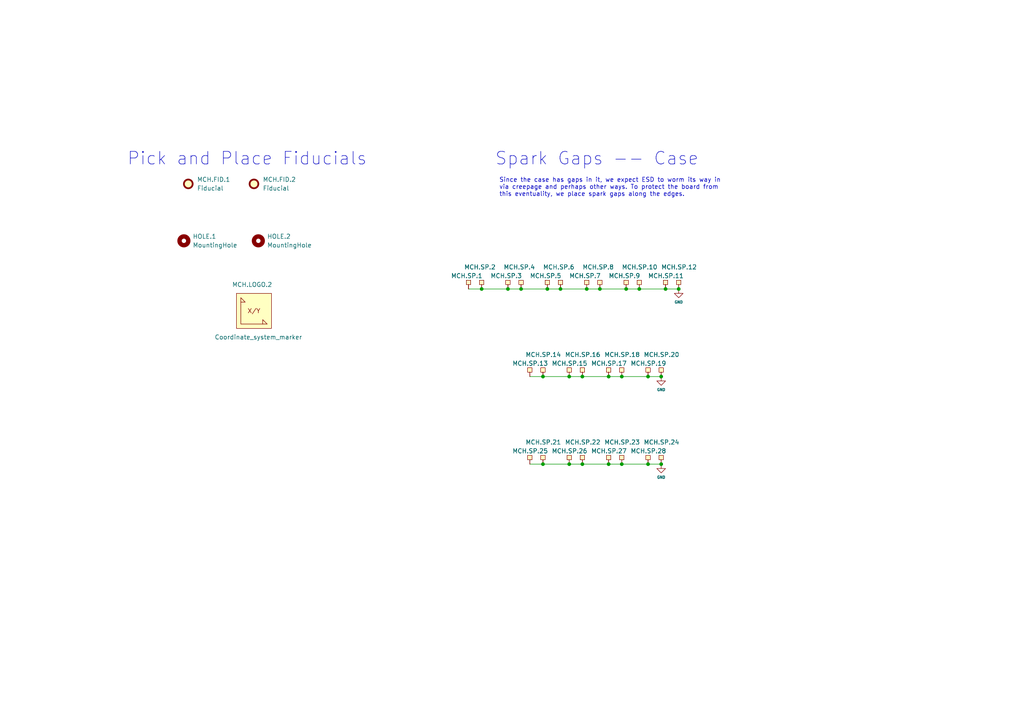
<source format=kicad_sch>
(kicad_sch (version 20211123) (generator eeschema)
  (paper "A4")
  (title_block (title "Mechanical-SchDoc") (date "17 01 2023") (rev "2.001") (comment 4 "Original: Copyright Ploopy Corporation 2021") (comment 5 "Modified: Copyright Riesi 2023") (comment 7 "Licensed under the CERN-OHL-S v2") (comment 8 "http://ohwr.org/cernohl"))
  (lib_symbols
    (symbol "Mechanical:MountingHole" (pin_names (offset 1.016))
      (property "Reference" "H" (at 0 5.08 0))
      (property "Value" "MountingHole" (at 0 3.175 0))
      (symbol "MountingHole_0_1"
        (circle (center 0 0) (radius 1.27) (stroke (width 1.27)))
      )
    )
    (symbol "Mouse_Parts:Coordinate_system_marker"
      (property "Reference" "LOGO" (at -2.54 6.35 0))
      (property "Value" "Coordinate_system_marker" (at 0 -6.35 0))
      (symbol "Coordinate_system_marker_0_0"
        (polyline (pts (xy -3.81 3.81) (xy -2.54 2.54) (xy -3.81 2.54)))
        (polyline (pts (xy 3.81 -3.81) (xy 2.54 -2.54) (xy 2.54 -3.81)))
        (text "X/Y" (at 0 0 0) (effects (font (size 1.27 1.27))))
      )
      (symbol "Coordinate_system_marker_0_1"
        (rectangle (start -5.08 5.08) (end 5.08 -5.08) (fill (type background)))
        (polyline (pts (xy -3.81 3.81) (xy -3.81 -3.81) (xy 3.81 -3.81)))
      )
    )
    (symbol "Mouse_Parts:Fiducial"
      (property "Reference" "FID" (at 0 5.08 0))
      (property "Value" "Fiducial" (at 0 3.175 0))
      (symbol "Fiducial_0_1"
        (circle (center 0 0) (radius 1.27) (stroke (width 0.508)) (fill (type background)))
      )
      (symbol "Fiducial_1_1"
        (pin no_connect line (at 0 0 180) (length 5.08) hide (name "") (number "1"))
      )
    )
    (symbol "Mouse_Parts:Spark_gap" (pin_numbers hide)
      (property "Reference" "SP" (at 0 3.81 0))
      (symbol "Spark_gap_0_0"
        (rectangle (start -1.27 3.81) (end -1.27 3.81))
        (rectangle (start -0.635 2.54) (end 0.635 1.27) (fill (type background)))
        (rectangle (start 0 1.27) (end 0 1.27))
      )
      (symbol "Spark_gap_1_1"
        (pin input line (at 0 0 90) (length 1.27) (name "") (number "1"))
      )
    )
    (symbol "Spark_gap_1" (pin_numbers hide)
      (property "Reference" "SP" (at 0 3.81 0))
      (symbol "Spark_gap_1_0_0"
        (rectangle (start -1.27 3.81) (end -1.27 3.81))
        (rectangle (start -0.635 2.54) (end 0.635 1.27) (fill (type background)))
        (rectangle (start 0 1.27) (end 0 1.27))
      )
      (symbol "Spark_gap_1_1_1"
        (pin input line (at 0 0 90) (length 1.27) (name "") (number "1"))
      )
    )
    (symbol "Spark_gap_10" (pin_numbers hide)
      (property "Reference" "SP" (at 0 3.81 0))
      (symbol "Spark_gap_10_0_0"
        (rectangle (start -1.27 3.81) (end -1.27 3.81))
        (rectangle (start -0.635 2.54) (end 0.635 1.27) (fill (type background)))
        (rectangle (start 0 1.27) (end 0 1.27))
      )
      (symbol "Spark_gap_10_1_1"
        (pin input line (at 0 0 90) (length 1.27) (name "") (number "1"))
      )
    )
    (symbol "Spark_gap_11" (pin_numbers hide)
      (property "Reference" "SP" (at 0 3.81 0))
      (symbol "Spark_gap_11_0_0"
        (rectangle (start -1.27 3.81) (end -1.27 3.81))
        (rectangle (start -0.635 2.54) (end 0.635 1.27) (fill (type background)))
        (rectangle (start 0 1.27) (end 0 1.27))
      )
      (symbol "Spark_gap_11_1_1"
        (pin input line (at 0 0 90) (length 1.27) (name "") (number "1"))
      )
    )
    (symbol "Spark_gap_12" (pin_numbers hide)
      (property "Reference" "SP" (at 0 3.81 0))
      (symbol "Spark_gap_12_0_0"
        (rectangle (start -1.27 3.81) (end -1.27 3.81))
        (rectangle (start -0.635 2.54) (end 0.635 1.27) (fill (type background)))
        (rectangle (start 0 1.27) (end 0 1.27))
      )
      (symbol "Spark_gap_12_1_1"
        (pin input line (at 0 0 90) (length 1.27) (name "") (number "1"))
      )
    )
    (symbol "Spark_gap_13" (pin_numbers hide)
      (property "Reference" "SP" (at 0 3.81 0))
      (symbol "Spark_gap_13_0_0"
        (rectangle (start -1.27 3.81) (end -1.27 3.81))
        (rectangle (start -0.635 2.54) (end 0.635 1.27) (fill (type background)))
        (rectangle (start 0 1.27) (end 0 1.27))
      )
      (symbol "Spark_gap_13_1_1"
        (pin input line (at 0 0 90) (length 1.27) (name "") (number "1"))
      )
    )
    (symbol "Spark_gap_14" (pin_numbers hide)
      (property "Reference" "SP" (at 0 3.81 0))
      (symbol "Spark_gap_14_0_0"
        (rectangle (start -1.27 3.81) (end -1.27 3.81))
        (rectangle (start -0.635 2.54) (end 0.635 1.27) (fill (type background)))
        (rectangle (start 0 1.27) (end 0 1.27))
      )
      (symbol "Spark_gap_14_1_1"
        (pin input line (at 0 0 90) (length 1.27) (name "") (number "1"))
      )
    )
    (symbol "Spark_gap_15" (pin_numbers hide)
      (property "Reference" "SP" (at 0 3.81 0))
      (symbol "Spark_gap_15_0_0"
        (rectangle (start -1.27 3.81) (end -1.27 3.81))
        (rectangle (start -0.635 2.54) (end 0.635 1.27) (fill (type background)))
        (rectangle (start 0 1.27) (end 0 1.27))
      )
      (symbol "Spark_gap_15_1_1"
        (pin input line (at 0 0 90) (length 1.27) (name "") (number "1"))
      )
    )
    (symbol "Spark_gap_16" (pin_numbers hide)
      (property "Reference" "SP" (at 0 3.81 0))
      (symbol "Spark_gap_16_0_0"
        (rectangle (start -1.27 3.81) (end -1.27 3.81))
        (rectangle (start -0.635 2.54) (end 0.635 1.27) (fill (type background)))
        (rectangle (start 0 1.27) (end 0 1.27))
      )
      (symbol "Spark_gap_16_1_1"
        (pin input line (at 0 0 90) (length 1.27) (name "") (number "1"))
      )
    )
    (symbol "Spark_gap_17" (pin_numbers hide)
      (property "Reference" "SP" (at 0 3.81 0))
      (symbol "Spark_gap_17_0_0"
        (rectangle (start -1.27 3.81) (end -1.27 3.81))
        (rectangle (start -0.635 2.54) (end 0.635 1.27) (fill (type background)))
        (rectangle (start 0 1.27) (end 0 1.27))
      )
      (symbol "Spark_gap_17_1_1"
        (pin input line (at 0 0 90) (length 1.27) (name "") (number "1"))
      )
    )
    (symbol "Spark_gap_18" (pin_numbers hide)
      (property "Reference" "SP" (at 0 3.81 0))
      (symbol "Spark_gap_18_0_0"
        (rectangle (start -1.27 3.81) (end -1.27 3.81))
        (rectangle (start -0.635 2.54) (end 0.635 1.27) (fill (type background)))
        (rectangle (start 0 1.27) (end 0 1.27))
      )
      (symbol "Spark_gap_18_1_1"
        (pin input line (at 0 0 90) (length 1.27) (name "") (number "1"))
      )
    )
    (symbol "Spark_gap_19" (pin_numbers hide)
      (property "Reference" "SP" (at 0 3.81 0))
      (symbol "Spark_gap_19_0_0"
        (rectangle (start -1.27 3.81) (end -1.27 3.81))
        (rectangle (start -0.635 2.54) (end 0.635 1.27) (fill (type background)))
        (rectangle (start 0 1.27) (end 0 1.27))
      )
      (symbol "Spark_gap_19_1_1"
        (pin input line (at 0 0 90) (length 1.27) (name "") (number "1"))
      )
    )
    (symbol "Spark_gap_2" (pin_numbers hide)
      (property "Reference" "SP" (at 0 3.81 0))
      (symbol "Spark_gap_2_0_0"
        (rectangle (start -1.27 3.81) (end -1.27 3.81))
        (rectangle (start -0.635 2.54) (end 0.635 1.27) (fill (type background)))
        (rectangle (start 0 1.27) (end 0 1.27))
      )
      (symbol "Spark_gap_2_1_1"
        (pin input line (at 0 0 90) (length 1.27) (name "") (number "1"))
      )
    )
    (symbol "Spark_gap_20" (pin_numbers hide)
      (property "Reference" "SP" (at 0 3.81 0))
      (symbol "Spark_gap_20_0_0"
        (rectangle (start -1.27 3.81) (end -1.27 3.81))
        (rectangle (start -0.635 2.54) (end 0.635 1.27) (fill (type background)))
        (rectangle (start 0 1.27) (end 0 1.27))
      )
      (symbol "Spark_gap_20_1_1"
        (pin input line (at 0 0 90) (length 1.27) (name "") (number "1"))
      )
    )
    (symbol "Spark_gap_21" (pin_numbers hide)
      (property "Reference" "SP" (at 0 3.81 0))
      (symbol "Spark_gap_21_0_0"
        (rectangle (start -1.27 3.81) (end -1.27 3.81))
        (rectangle (start -0.635 2.54) (end 0.635 1.27) (fill (type background)))
        (rectangle (start 0 1.27) (end 0 1.27))
      )
      (symbol "Spark_gap_21_1_1"
        (pin input line (at 0 0 90) (length 1.27) (name "") (number "1"))
      )
    )
    (symbol "Spark_gap_22" (pin_numbers hide)
      (property "Reference" "SP" (at 0 3.81 0))
      (symbol "Spark_gap_22_0_0"
        (rectangle (start -1.27 3.81) (end -1.27 3.81))
        (rectangle (start -0.635 2.54) (end 0.635 1.27) (fill (type background)))
        (rectangle (start 0 1.27) (end 0 1.27))
      )
      (symbol "Spark_gap_22_1_1"
        (pin input line (at 0 0 90) (length 1.27) (name "") (number "1"))
      )
    )
    (symbol "Spark_gap_23" (pin_numbers hide)
      (property "Reference" "SP" (at 0 3.81 0))
      (symbol "Spark_gap_23_0_0"
        (rectangle (start -1.27 3.81) (end -1.27 3.81))
        (rectangle (start -0.635 2.54) (end 0.635 1.27) (fill (type background)))
        (rectangle (start 0 1.27) (end 0 1.27))
      )
      (symbol "Spark_gap_23_1_1"
        (pin input line (at 0 0 90) (length 1.27) (name "") (number "1"))
      )
    )
    (symbol "Spark_gap_24" (pin_numbers hide)
      (property "Reference" "SP" (at 0 3.81 0))
      (symbol "Spark_gap_24_0_0"
        (rectangle (start -1.27 3.81) (end -1.27 3.81))
        (rectangle (start -0.635 2.54) (end 0.635 1.27) (fill (type background)))
        (rectangle (start 0 1.27) (end 0 1.27))
      )
      (symbol "Spark_gap_24_1_1"
        (pin input line (at 0 0 90) (length 1.27) (name "") (number "1"))
      )
    )
    (symbol "Spark_gap_25" (pin_numbers hide)
      (property "Reference" "SP" (at 0 3.81 0))
      (symbol "Spark_gap_25_0_0"
        (rectangle (start -1.27 3.81) (end -1.27 3.81))
        (rectangle (start -0.635 2.54) (end 0.635 1.27) (fill (type background)))
        (rectangle (start 0 1.27) (end 0 1.27))
      )
      (symbol "Spark_gap_25_1_1"
        (pin input line (at 0 0 90) (length 1.27) (name "") (number "1"))
      )
    )
    (symbol "Spark_gap_26" (pin_numbers hide)
      (property "Reference" "SP" (at 0 3.81 0))
      (symbol "Spark_gap_26_0_0"
        (rectangle (start -1.27 3.81) (end -1.27 3.81))
        (rectangle (start -0.635 2.54) (end 0.635 1.27) (fill (type background)))
        (rectangle (start 0 1.27) (end 0 1.27))
      )
      (symbol "Spark_gap_26_1_1"
        (pin input line (at 0 0 90) (length 1.27) (name "") (number "1"))
      )
    )
    (symbol "Spark_gap_27" (pin_numbers hide)
      (property "Reference" "SP" (at 0 3.81 0))
      (symbol "Spark_gap_27_0_0"
        (rectangle (start -1.27 3.81) (end -1.27 3.81))
        (rectangle (start -0.635 2.54) (end 0.635 1.27) (fill (type background)))
        (rectangle (start 0 1.27) (end 0 1.27))
      )
      (symbol "Spark_gap_27_1_1"
        (pin input line (at 0 0 90) (length 1.27) (name "") (number "1"))
      )
    )
    (symbol "Spark_gap_3" (pin_numbers hide)
      (property "Reference" "SP" (at 0 3.81 0))
      (symbol "Spark_gap_3_0_0"
        (rectangle (start -1.27 3.81) (end -1.27 3.81))
        (rectangle (start -0.635 2.54) (end 0.635 1.27) (fill (type background)))
        (rectangle (start 0 1.27) (end 0 1.27))
      )
      (symbol "Spark_gap_3_1_1"
        (pin input line (at 0 0 90) (length 1.27) (name "") (number "1"))
      )
    )
    (symbol "Spark_gap_4" (pin_numbers hide)
      (property "Reference" "SP" (at 0 3.81 0))
      (symbol "Spark_gap_4_0_0"
        (rectangle (start -1.27 3.81) (end -1.27 3.81))
        (rectangle (start -0.635 2.54) (end 0.635 1.27) (fill (type background)))
        (rectangle (start 0 1.27) (end 0 1.27))
      )
      (symbol "Spark_gap_4_1_1"
        (pin input line (at 0 0 90) (length 1.27) (name "") (number "1"))
      )
    )
    (symbol "Spark_gap_5" (pin_numbers hide)
      (property "Reference" "SP" (at 0 3.81 0))
      (symbol "Spark_gap_5_0_0"
        (rectangle (start -1.27 3.81) (end -1.27 3.81))
        (rectangle (start -0.635 2.54) (end 0.635 1.27) (fill (type background)))
        (rectangle (start 0 1.27) (end 0 1.27))
      )
      (symbol "Spark_gap_5_1_1"
        (pin input line (at 0 0 90) (length 1.27) (name "") (number "1"))
      )
    )
    (symbol "Spark_gap_6" (pin_numbers hide)
      (property "Reference" "SP" (at 0 3.81 0))
      (symbol "Spark_gap_6_0_0"
        (rectangle (start -1.27 3.81) (end -1.27 3.81))
        (rectangle (start -0.635 2.54) (end 0.635 1.27) (fill (type background)))
        (rectangle (start 0 1.27) (end 0 1.27))
      )
      (symbol "Spark_gap_6_1_1"
        (pin input line (at 0 0 90) (length 1.27) (name "") (number "1"))
      )
    )
    (symbol "Spark_gap_7" (pin_numbers hide)
      (property "Reference" "SP" (at 0 3.81 0))
      (symbol "Spark_gap_7_0_0"
        (rectangle (start -1.27 3.81) (end -1.27 3.81))
        (rectangle (start -0.635 2.54) (end 0.635 1.27) (fill (type background)))
        (rectangle (start 0 1.27) (end 0 1.27))
      )
      (symbol "Spark_gap_7_1_1"
        (pin input line (at 0 0 90) (length 1.27) (name "") (number "1"))
      )
    )
    (symbol "Spark_gap_8" (pin_numbers hide)
      (property "Reference" "SP" (at 0 3.81 0))
      (symbol "Spark_gap_8_0_0"
        (rectangle (start -1.27 3.81) (end -1.27 3.81))
        (rectangle (start -0.635 2.54) (end 0.635 1.27) (fill (type background)))
        (rectangle (start 0 1.27) (end 0 1.27))
      )
      (symbol "Spark_gap_8_1_1"
        (pin input line (at 0 0 90) (length 1.27) (name "") (number "1"))
      )
    )
    (symbol "Spark_gap_9" (pin_numbers hide)
      (property "Reference" "SP" (at 0 3.81 0))
      (symbol "Spark_gap_9_0_0"
        (rectangle (start -1.27 3.81) (end -1.27 3.81))
        (rectangle (start -0.635 2.54) (end 0.635 1.27) (fill (type background)))
        (rectangle (start 0 1.27) (end 0 1.27))
      )
      (symbol "Spark_gap_9_1_1"
        (pin input line (at 0 0 90) (length 1.27) (name "") (number "1"))
      )
    )
    (symbol "power:GND" (power) (pin_names (offset 0))
      (property "Value" "GND" (at 0 -3.81 0))
      (symbol "GND_0_1"
        (polyline (pts (xy 0 0) (xy 0 -1.27) (xy 1.27 -1.27) (xy 0 -2.54) (xy -1.27 -1.27) (xy 0 -1.27)))
      )
      (symbol "GND_1_1"
        (pin power_in line (at 0 0 270) (length 0) hide (name "GND") (number "1"))
      )
    )
  )
  (junction (at 185.42 83.82))
  (junction (at 170.18 83.82))
  (junction (at 168.91 109.22))
  (junction (at 157.48 109.22))
  (junction (at 180.34 109.22))
  (junction (at 187.96 134.62))
  (junction (at 139.7 83.82))
  (junction (at 147.32 83.82))
  (junction (at 180.34 134.62))
  (junction (at 157.48 134.62))
  (junction (at 176.53 109.22))
  (junction (at 168.91 134.62))
  (junction (at 187.96 109.22))
  (junction (at 173.99 83.82))
  (junction (at 165.1 109.22))
  (junction (at 151.13 83.82))
  (junction (at 165.1 134.62))
  (junction (at 162.56 83.82))
  (junction (at 191.77 134.62))
  (junction (at 176.53 134.62))
  (junction (at 196.85 83.82))
  (junction (at 181.61 83.82))
  (junction (at 191.77 109.22))
  (junction (at 193.04 83.82))
  (junction (at 158.75 83.82))
  (wire (pts (xy 147.32 83.82) (xy 151.13 83.82)))
  (wire (pts (xy 165.1 109.22) (xy 168.91 109.22)))
  (wire (pts (xy 176.53 134.62) (xy 180.34 134.62)))
  (wire (pts (xy 180.34 134.62) (xy 187.96 134.62)))
  (wire (pts (xy 187.96 134.62) (xy 191.77 134.62)))
  (wire (pts (xy 135.89 83.82) (xy 139.7 83.82)))
  (wire (pts (xy 162.56 83.82) (xy 170.18 83.82)))
  (wire (pts (xy 176.53 109.22) (xy 180.34 109.22)))
  (wire (pts (xy 157.48 109.22) (xy 165.1 109.22)))
  (wire (pts (xy 165.1 134.62) (xy 168.91 134.62)))
  (wire (pts (xy 173.99 83.82) (xy 181.61 83.82)))
  (wire (pts (xy 187.96 109.22) (xy 191.77 109.22)))
  (wire (pts (xy 181.61 83.82) (xy 185.42 83.82)))
  (wire (pts (xy 170.18 83.82) (xy 173.99 83.82)))
  (wire (pts (xy 158.75 83.82) (xy 162.56 83.82)))
  (wire (pts (xy 185.42 83.82) (xy 193.04 83.82)))
  (wire (pts (xy 153.67 109.22) (xy 157.48 109.22)))
  (wire (pts (xy 168.91 109.22) (xy 176.53 109.22)))
  (wire (pts (xy 193.04 83.82) (xy 196.85 83.82)))
  (wire (pts (xy 157.48 134.62) (xy 165.1 134.62)))
  (wire (pts (xy 139.7 83.82) (xy 147.32 83.82)))
  (wire (pts (xy 153.67 134.62) (xy 157.48 134.62)))
  (wire (pts (xy 180.34 109.22) (xy 187.96 109.22)))
  (wire (pts (xy 168.91 134.62) (xy 176.53 134.62)))
  (wire (pts (xy 151.13 83.82) (xy 158.75 83.82)))
  (text "Spark Gaps -- Case" (at 143.51 48.26 0) (effects (font (size 3.6576 3.6576)) (justify left bottom)))
  (text "Since the case has gaps in it, we expect ESD to worm its way in \nvia creepage and perhaps other ways. To protect the board from \nthis eventuality, we place spark gaps along the edges." (at 144.78 57.15 0) (effects (font (size 1.27 1.27)) (justify left bottom)))
  (text "Pick and Place Fiducials" (at 36.83 48.26 0) (effects (font (size 3.6576 3.6576)) (justify left bottom)))
  (symbol (lib_id "power:GND") (at 191.77 134.62 0) (unit 1)
    (property "Reference" "#GND_045" (effects hide))
    (property "Value" "GND" (at 191.77 138.43 0) (effects (font (size 0.762 0.762))))
  )
  (symbol (lib_id "power:GND") (at 191.77 109.22 0) (unit 1)
    (property "Reference" "#GND_044" (effects hide))
    (property "Value" "GND" (at 191.77 113.03 0) (effects (font (size 0.762 0.762))))
  )
  (symbol (lib_id "power:GND") (at 196.85 83.82 0) (unit 1)
    (property "Reference" "#GND_043" (effects hide))
    (property "Value" "GND" (at 196.85 87.63 0) (effects (font (size 0.762 0.762))))
  )
  (symbol (lib_name "Spark_gap_1") (lib_id "Mouse_Parts:Spark_gap") (at 180.34 109.22 0) (unit 1)
    (property "Reference" "MCH.SP.18" (at 175.26 102.87 0) (effects (justify left)))
    (property "Value" "Spark_gap" (effects hide))
    (property "Footprint" "PCBFeatures.PcbLib:SparkGap" (effects hide))
  )
  (symbol (lib_name "Spark_gap_3") (lib_id "Mouse_Parts:Spark_gap") (at 187.96 109.22 0) (unit 1)
    (property "Reference" "MCH.SP.19" (at 182.88 105.41 0) (effects (justify left)))
    (property "Value" "Spark_gap" (effects hide))
    (property "Footprint" "PCBFeatures.PcbLib:SparkGap" (effects hide))
  )
  (symbol (lib_name "Spark_gap_6") (lib_id "Mouse_Parts:Spark_gap") (at 170.18 83.82 0) (unit 1)
    (property "Reference" "MCH.SP.7" (at 165.1 80.01 0) (effects (justify left)))
    (property "Value" "Spark_gap" (effects hide))
    (property "Footprint" "PCBFeatures.PcbLib:SparkGap" (effects hide))
  )
  (symbol (lib_name "Spark_gap_27") (lib_id "Mouse_Parts:Spark_gap") (at 187.96 134.62 0) (unit 1)
    (property "Reference" "MCH.SP.28" (at 182.88 130.81 0) (effects (justify left)))
    (property "Value" "Spark_gap" (effects hide))
    (property "Footprint" "PCBFeatures.PcbLib:SparkGap" (effects hide))
  )
  (symbol (lib_id "Mouse_Parts:Fiducial") (at 73.66 53.34 0) (unit 1)
    (property "Reference" "MCH.FID.2" (at 76.2 52.0699 0) (effects (justify left)))
    (property "Value" "Fiducial" (at 76.2 54.6099 0) (effects (justify left)))
    (property "Footprint" "Mechanical.PcbLib:FIDUCIAL_1.5" (effects hide))
  )
  (symbol (lib_id "Mechanical:MountingHole") (at 74.93 69.85 0) (unit 1)
    (property "Reference" "HOLE.2" (at 77.47 68.5799 0) (effects (justify left)))
    (property "Value" "MountingHole" (at 77.47 71.1199 0) (effects (justify left)))
  )
  (symbol (lib_name "Spark_gap_13") (lib_id "Mouse_Parts:Spark_gap") (at 151.13 83.82 0) (unit 1)
    (property "Reference" "MCH.SP.4" (at 146.05 77.47 0) (effects (justify left)))
    (property "Value" "Spark_gap" (effects hide))
    (property "Footprint" "PCBFeatures.PcbLib:SparkGap" (effects hide))
  )
  (symbol (lib_name "Spark_gap_5") (lib_id "Mouse_Parts:Spark_gap") (at 158.75 83.82 0) (unit 1)
    (property "Reference" "MCH.SP.5" (at 153.67 80.01 0) (effects (justify left)))
    (property "Value" "Spark_gap" (effects hide))
    (property "Footprint" "PCBFeatures.PcbLib:SparkGap" (effects hide))
  )
  (symbol (lib_name "Spark_gap_19") (lib_id "Mouse_Parts:Spark_gap") (at 135.89 83.82 0) (unit 1)
    (property "Reference" "MCH.SP.1" (at 130.81 80.01 0) (effects (justify left)))
    (property "Value" "Spark_gap" (effects hide))
    (property "Footprint" "PCBFeatures.PcbLib:SparkGap" (effects hide))
  )
  (symbol (lib_name "Spark_gap_25") (lib_id "Mouse_Parts:Spark_gap") (at 157.48 134.62 0) (unit 1)
    (property "Reference" "MCH.SP.21" (at 152.4 128.27 0) (effects (justify left)))
    (property "Value" "Spark_gap" (effects hide))
    (property "Footprint" "PCBFeatures.PcbLib:SparkGap" (effects hide))
  )
  (symbol (lib_name "Spark_gap_17") (lib_id "Mouse_Parts:Spark_gap") (at 173.99 83.82 0) (unit 1)
    (property "Reference" "MCH.SP.8" (at 168.91 77.47 0) (effects (justify left)))
    (property "Value" "Spark_gap" (effects hide))
    (property "Footprint" "PCBFeatures.PcbLib:SparkGap" (effects hide))
  )
  (symbol (lib_name "Spark_gap_22") (lib_id "Mouse_Parts:Spark_gap") (at 165.1 134.62 0) (unit 1)
    (property "Reference" "MCH.SP.26" (at 160.02 130.81 0) (effects (justify left)))
    (property "Value" "Spark_gap" (effects hide))
    (property "Footprint" "PCBFeatures.PcbLib:SparkGap" (effects hide))
  )
  (symbol (lib_name "Spark_gap_26") (lib_id "Mouse_Parts:Spark_gap") (at 153.67 134.62 0) (unit 1)
    (property "Reference" "MCH.SP.25" (at 148.59 130.81 0) (effects (justify left)))
    (property "Value" "Spark_gap" (effects hide))
    (property "Footprint" "PCBFeatures.PcbLib:SparkGap" (effects hide))
  )
  (symbol (lib_name "Spark_gap_8") (lib_id "Mouse_Parts:Spark_gap") (at 153.67 109.22 0) (unit 1)
    (property "Reference" "MCH.SP.13" (at 148.59 105.41 0) (effects (justify left)))
    (property "Value" "Spark_gap" (effects hide))
    (property "Footprint" "PCBFeatures.PcbLib:SparkGap" (effects hide))
  )
  (symbol (lib_name "Spark_gap_7") (lib_id "Mouse_Parts:Spark_gap") (at 181.61 83.82 0) (unit 1)
    (property "Reference" "MCH.SP.9" (at 176.53 80.01 0) (effects (justify left)))
    (property "Value" "Spark_gap" (effects hide))
    (property "Footprint" "PCBFeatures.PcbLib:SparkGap" (effects hide))
  )
  (symbol (lib_name "Spark_gap_18") (lib_id "Mouse_Parts:Spark_gap") (at 147.32 83.82 0) (unit 1)
    (property "Reference" "MCH.SP.3" (at 142.24 80.01 0) (effects (justify left)))
    (property "Value" "Spark_gap" (effects hide))
    (property "Footprint" "PCBFeatures.PcbLib:SparkGap" (effects hide))
  )
  (symbol (lib_name "Spark_gap_4") (lib_id "Mouse_Parts:Spark_gap") (at 191.77 109.22 0) (unit 1)
    (property "Reference" "MCH.SP.20" (at 186.69 102.87 0) (effects (justify left)))
    (property "Value" "Spark_gap" (effects hide))
    (property "Footprint" "PCBFeatures.PcbLib:SparkGap" (effects hide))
  )
  (symbol (lib_name "Spark_gap_11") (lib_id "Mouse_Parts:Spark_gap") (at 168.91 109.22 0) (unit 1)
    (property "Reference" "MCH.SP.16" (at 163.83 102.87 0) (effects (justify left)))
    (property "Value" "Spark_gap" (effects hide))
    (property "Footprint" "PCBFeatures.PcbLib:SparkGap" (effects hide))
  )
  (symbol (lib_name "Spark_gap_15") (lib_id "Mouse_Parts:Spark_gap") (at 196.85 83.82 0) (unit 1)
    (property "Reference" "MCH.SP.12" (at 191.77 77.47 0) (effects (justify left)))
    (property "Value" "Spark_gap" (effects hide))
    (property "Footprint" "PCBFeatures.PcbLib:SparkGap" (effects hide))
  )
  (symbol (lib_name "Spark_gap_2") (lib_id "Mouse_Parts:Spark_gap") (at 176.53 109.22 0) (unit 1)
    (property "Reference" "MCH.SP.17" (at 171.45 105.41 0) (effects (justify left)))
    (property "Value" "Spark_gap" (effects hide))
    (property "Footprint" "PCBFeatures.PcbLib:SparkGap" (effects hide))
  )
  (symbol (lib_id "Mouse_Parts:Fiducial") (at 54.61 53.34 0) (unit 1)
    (property "Reference" "MCH.FID.1" (at 57.15 52.0699 0) (effects (justify left)))
    (property "Value" "Fiducial" (at 57.15 54.6099 0) (effects (justify left)))
    (property "Footprint" "Mechanical.PcbLib:FIDUCIAL_1.5" (effects hide))
  )
  (symbol (lib_name "Spark_gap_14") (lib_id "Mouse_Parts:Spark_gap") (at 193.04 83.82 0) (unit 1)
    (property "Reference" "MCH.SP.11" (at 187.96 80.01 0) (effects (justify left)))
    (property "Value" "Spark_gap" (effects hide))
    (property "Footprint" "PCBFeatures.PcbLib:SparkGap" (effects hide))
  )
  (symbol (lib_id "Mechanical:MountingHole") (at 53.34 69.85 0) (unit 1)
    (property "Reference" "HOLE.1" (at 55.88 68.5799 0) (effects (justify left)))
    (property "Value" "MountingHole" (at 55.88 71.1199 0) (effects (justify left)))
  )
  (symbol (lib_name "Spark_gap_9") (lib_id "Mouse_Parts:Spark_gap") (at 157.48 109.22 0) (unit 1)
    (property "Reference" "MCH.SP.14" (at 152.4 102.87 0) (effects (justify left)))
    (property "Value" "Spark_gap" (effects hide))
    (property "Footprint" "PCBFeatures.PcbLib:SparkGap" (effects hide))
  )
  (symbol (lib_name "Spark_gap_21") (lib_id "Mouse_Parts:Spark_gap") (at 168.91 134.62 0) (unit 1)
    (property "Reference" "MCH.SP.22" (at 163.83 128.27 0) (effects (justify left)))
    (property "Value" "Spark_gap" (effects hide))
    (property "Footprint" "PCBFeatures.PcbLib:SparkGap" (effects hide))
  )
  (symbol (lib_id "Mouse_Parts:Coordinate_system_marker") (at 73.66 90.17 0) (unit 1)
    (property "Reference" "MCH.LOGO.2" (at 67.31 82.55 0) (effects (justify left)))
    (property "Value" "Coordinate_system_marker" (at 62.23 97.79 0) (effects (justify left)))
    (property "Footprint" "Graphics.PcbLib:Coordinate System" (effects hide))
  )
  (symbol (lib_id "Mouse_Parts:Spark_gap") (at 191.77 134.62 0) (unit 1)
    (property "Reference" "MCH.SP.24" (at 186.69 128.27 0) (effects (justify left)))
    (property "Value" "Spark_gap" (effects hide))
    (property "Footprint" "PCBFeatures.PcbLib:SparkGap" (effects hide))
  )
  (symbol (lib_name "Spark_gap_16") (lib_id "Mouse_Parts:Spark_gap") (at 185.42 83.82 0) (unit 1)
    (property "Reference" "MCH.SP.10" (at 180.34 77.47 0) (effects (justify left)))
    (property "Value" "Spark_gap" (effects hide))
    (property "Footprint" "PCBFeatures.PcbLib:SparkGap" (effects hide))
  )
  (symbol (lib_name "Spark_gap_12") (lib_id "Mouse_Parts:Spark_gap") (at 162.56 83.82 0) (unit 1)
    (property "Reference" "MCH.SP.6" (at 157.48 77.47 0) (effects (justify left)))
    (property "Value" "Spark_gap" (effects hide))
    (property "Footprint" "PCBFeatures.PcbLib:SparkGap" (effects hide))
  )
  (symbol (lib_name "Spark_gap_10") (lib_id "Mouse_Parts:Spark_gap") (at 165.1 109.22 0) (unit 1)
    (property "Reference" "MCH.SP.15" (at 160.02 105.41 0) (effects (justify left)))
    (property "Value" "Spark_gap" (effects hide))
    (property "Footprint" "PCBFeatures.PcbLib:SparkGap" (effects hide))
  )
  (symbol (lib_name "Spark_gap_20") (lib_id "Mouse_Parts:Spark_gap") (at 139.7 83.82 0) (unit 1)
    (property "Reference" "MCH.SP.2" (at 134.62 77.47 0) (effects (justify left)))
    (property "Value" "Spark_gap" (effects hide))
    (property "Footprint" "PCBFeatures.PcbLib:SparkGap" (effects hide))
  )
  (symbol (lib_name "Spark_gap_23") (lib_id "Mouse_Parts:Spark_gap") (at 180.34 134.62 0) (unit 1)
    (property "Reference" "MCH.SP.23" (at 175.26 128.27 0) (effects (justify left)))
    (property "Value" "Spark_gap" (effects hide))
    (property "Footprint" "PCBFeatures.PcbLib:SparkGap" (effects hide))
  )
  (symbol (lib_name "Spark_gap_24") (lib_id "Mouse_Parts:Spark_gap") (at 176.53 134.62 0) (unit 1)
    (property "Reference" "MCH.SP.27" (at 171.45 130.81 0) (effects (justify left)))
    (property "Value" "Spark_gap" (effects hide))
    (property "Footprint" "PCBFeatures.PcbLib:SparkGap" (effects hide))
  )
)
</source>
